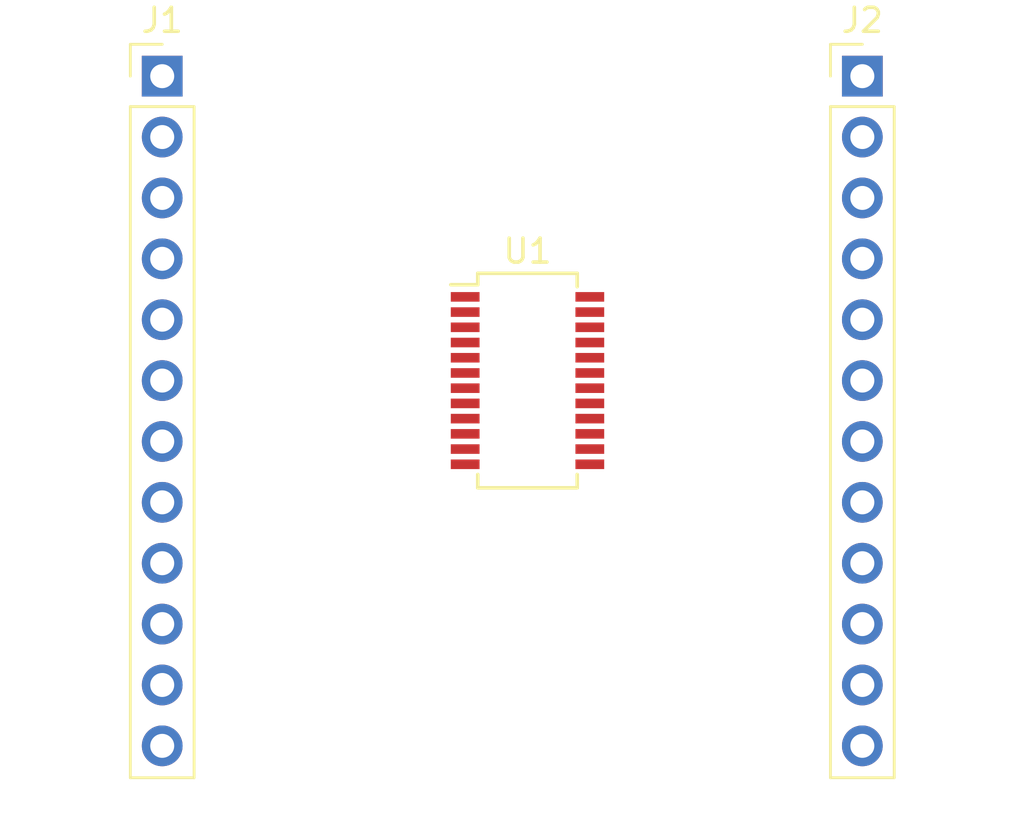
<source format=kicad_pcb>
(kicad_pcb (version 20171130) (host pcbnew 5.1.8-db9833491~87~ubuntu20.04.1)

  (general
    (thickness 1.6)
    (drawings 0)
    (tracks 0)
    (zones 0)
    (modules 3)
    (nets 29)
  )

  (page A4)
  (layers
    (0 F.Cu signal)
    (31 B.Cu signal)
    (32 B.Adhes user)
    (33 F.Adhes user)
    (34 B.Paste user)
    (35 F.Paste user)
    (36 B.SilkS user)
    (37 F.SilkS user)
    (38 B.Mask user)
    (39 F.Mask user)
    (40 Dwgs.User user)
    (41 Cmts.User user)
    (42 Eco1.User user)
    (43 Eco2.User user)
    (44 Edge.Cuts user)
    (45 Margin user)
    (46 B.CrtYd user)
    (47 F.CrtYd user)
    (48 B.Fab user)
    (49 F.Fab user)
  )

  (setup
    (last_trace_width 0.25)
    (trace_clearance 0.2)
    (zone_clearance 0.508)
    (zone_45_only no)
    (trace_min 0.2)
    (via_size 0.8)
    (via_drill 0.4)
    (via_min_size 0.4)
    (via_min_drill 0.3)
    (uvia_size 0.3)
    (uvia_drill 0.1)
    (uvias_allowed no)
    (uvia_min_size 0.2)
    (uvia_min_drill 0.1)
    (edge_width 0.05)
    (segment_width 0.2)
    (pcb_text_width 0.3)
    (pcb_text_size 1.5 1.5)
    (mod_edge_width 0.12)
    (mod_text_size 1 1)
    (mod_text_width 0.15)
    (pad_size 1.524 1.524)
    (pad_drill 0.762)
    (pad_to_mask_clearance 0)
    (aux_axis_origin 0 0)
    (visible_elements FFFFFF7F)
    (pcbplotparams
      (layerselection 0x010fc_ffffffff)
      (usegerberextensions false)
      (usegerberattributes true)
      (usegerberadvancedattributes true)
      (creategerberjobfile true)
      (excludeedgelayer true)
      (linewidth 0.100000)
      (plotframeref false)
      (viasonmask false)
      (mode 1)
      (useauxorigin false)
      (hpglpennumber 1)
      (hpglpenspeed 20)
      (hpglpendiameter 15.000000)
      (psnegative false)
      (psa4output false)
      (plotreference true)
      (plotvalue true)
      (plotinvisibletext false)
      (padsonsilk false)
      (subtractmaskfromsilk false)
      (outputformat 1)
      (mirror false)
      (drillshape 1)
      (scaleselection 1)
      (outputdirectory ""))
  )

  (net 0 "")
  (net 1 "Net-(J1-Pad1)")
  (net 2 "Net-(J1-Pad2)")
  (net 3 "Net-(J1-Pad3)")
  (net 4 "Net-(J1-Pad4)")
  (net 5 "Net-(J1-Pad5)")
  (net 6 "Net-(J1-Pad6)")
  (net 7 "Net-(J1-Pad7)")
  (net 8 "Net-(J1-Pad8)")
  (net 9 "Net-(J1-Pad9)")
  (net 10 "Net-(J1-Pad10)")
  (net 11 "Net-(J1-Pad11)")
  (net 12 "Net-(J1-Pad12)")
  (net 13 "Net-(J2-Pad12)")
  (net 14 "Net-(J2-Pad11)")
  (net 15 "Net-(J2-Pad10)")
  (net 16 "Net-(J2-Pad9)")
  (net 17 "Net-(J2-Pad8)")
  (net 18 "Net-(J2-Pad7)")
  (net 19 "Net-(J2-Pad6)")
  (net 20 "Net-(J2-Pad5)")
  (net 21 "Net-(J2-Pad4)")
  (net 22 "Net-(J2-Pad3)")
  (net 23 "Net-(J2-Pad2)")
  (net 24 "Net-(J2-Pad1)")
  (net 25 "Net-(U1-Pad6)")
  (net 26 "Net-(U1-Pad7)")
  (net 27 "Net-(U1-Pad10)")
  (net 28 "Net-(U1-Pad11)")

  (net_class Default "This is the default net class."
    (clearance 0.2)
    (trace_width 0.25)
    (via_dia 0.8)
    (via_drill 0.4)
    (uvia_dia 0.3)
    (uvia_drill 0.1)
    (add_net "Net-(J1-Pad1)")
    (add_net "Net-(J1-Pad10)")
    (add_net "Net-(J1-Pad11)")
    (add_net "Net-(J1-Pad12)")
    (add_net "Net-(J1-Pad2)")
    (add_net "Net-(J1-Pad3)")
    (add_net "Net-(J1-Pad4)")
    (add_net "Net-(J1-Pad5)")
    (add_net "Net-(J1-Pad6)")
    (add_net "Net-(J1-Pad7)")
    (add_net "Net-(J1-Pad8)")
    (add_net "Net-(J1-Pad9)")
    (add_net "Net-(J2-Pad1)")
    (add_net "Net-(J2-Pad10)")
    (add_net "Net-(J2-Pad11)")
    (add_net "Net-(J2-Pad12)")
    (add_net "Net-(J2-Pad2)")
    (add_net "Net-(J2-Pad3)")
    (add_net "Net-(J2-Pad4)")
    (add_net "Net-(J2-Pad5)")
    (add_net "Net-(J2-Pad6)")
    (add_net "Net-(J2-Pad7)")
    (add_net "Net-(J2-Pad8)")
    (add_net "Net-(J2-Pad9)")
    (add_net "Net-(U1-Pad10)")
    (add_net "Net-(U1-Pad11)")
    (add_net "Net-(U1-Pad6)")
    (add_net "Net-(U1-Pad7)")
  )

  (module Package_SO:SSOP-24_3.9x8.7mm_P0.635mm (layer F.Cu) (tedit 5A02F25C) (tstamp 5FB1EB4B)
    (at 140.97 120.65)
    (descr "SSOP24: plastic shrink small outline package; 24 leads; body width 3.9 mm; lead pitch 0.635; (see NXP SSOP-TSSOP-VSO-REFLOW.pdf and sot556-1_po.pdf)")
    (tags "SSOP 0.635")
    (path /5FB13577)
    (attr smd)
    (fp_text reference U1 (at 0 -5.4) (layer F.SilkS)
      (effects (font (size 1 1) (thickness 0.15)))
    )
    (fp_text value Si4735-D60-GU (at 0 5.4) (layer F.Fab)
      (effects (font (size 1 1) (thickness 0.15)))
    )
    (fp_line (start -2.075 -4) (end -3.2 -4) (layer F.SilkS) (width 0.15))
    (fp_line (start -2.075 4.475) (end 2.075 4.475) (layer F.SilkS) (width 0.15))
    (fp_line (start -2.075 -4.475) (end 2.075 -4.475) (layer F.SilkS) (width 0.15))
    (fp_line (start -2.075 4.475) (end -2.075 3.9175) (layer F.SilkS) (width 0.15))
    (fp_line (start 2.075 4.475) (end 2.075 3.9175) (layer F.SilkS) (width 0.15))
    (fp_line (start 2.075 -4.475) (end 2.075 -3.9175) (layer F.SilkS) (width 0.15))
    (fp_line (start -2.075 -4.475) (end -2.075 -4) (layer F.SilkS) (width 0.15))
    (fp_line (start -3.45 4.65) (end 3.45 4.65) (layer F.CrtYd) (width 0.05))
    (fp_line (start -3.45 -4.65) (end 3.45 -4.65) (layer F.CrtYd) (width 0.05))
    (fp_line (start 3.45 -4.65) (end 3.45 4.65) (layer F.CrtYd) (width 0.05))
    (fp_line (start -3.45 -4.65) (end -3.45 4.65) (layer F.CrtYd) (width 0.05))
    (fp_line (start -1.95 -3.35) (end -0.95 -4.35) (layer F.Fab) (width 0.15))
    (fp_line (start -1.95 4.35) (end -1.95 -3.35) (layer F.Fab) (width 0.15))
    (fp_line (start 1.95 4.35) (end -1.95 4.35) (layer F.Fab) (width 0.15))
    (fp_line (start 1.95 -4.35) (end 1.95 4.35) (layer F.Fab) (width 0.15))
    (fp_line (start -0.95 -4.35) (end 1.95 -4.35) (layer F.Fab) (width 0.15))
    (fp_text user %R (at 0 0) (layer F.Fab)
      (effects (font (size 0.8 0.8) (thickness 0.15)))
    )
    (pad 1 smd rect (at -2.6 -3.4925) (size 1.2 0.4) (layers F.Cu F.Paste F.Mask)
      (net 1 "Net-(J1-Pad1)"))
    (pad 2 smd rect (at -2.6 -2.8575) (size 1.2 0.4) (layers F.Cu F.Paste F.Mask)
      (net 2 "Net-(J1-Pad2)"))
    (pad 3 smd rect (at -2.6 -2.2225) (size 1.2 0.4) (layers F.Cu F.Paste F.Mask)
      (net 3 "Net-(J1-Pad3)"))
    (pad 4 smd rect (at -2.6 -1.5875) (size 1.2 0.4) (layers F.Cu F.Paste F.Mask)
      (net 4 "Net-(J1-Pad4)"))
    (pad 5 smd rect (at -2.6 -0.9525) (size 1.2 0.4) (layers F.Cu F.Paste F.Mask)
      (net 5 "Net-(J1-Pad5)"))
    (pad 6 smd rect (at -2.6 -0.3175) (size 1.2 0.4) (layers F.Cu F.Paste F.Mask)
      (net 25 "Net-(U1-Pad6)"))
    (pad 7 smd rect (at -2.6 0.3175) (size 1.2 0.4) (layers F.Cu F.Paste F.Mask)
      (net 26 "Net-(U1-Pad7)"))
    (pad 8 smd rect (at -2.6 0.9525) (size 1.2 0.4) (layers F.Cu F.Paste F.Mask)
      (net 8 "Net-(J1-Pad8)"))
    (pad 9 smd rect (at -2.6 1.5875) (size 1.2 0.4) (layers F.Cu F.Paste F.Mask)
      (net 9 "Net-(J1-Pad9)"))
    (pad 10 smd rect (at -2.6 2.2225) (size 1.2 0.4) (layers F.Cu F.Paste F.Mask)
      (net 27 "Net-(U1-Pad10)"))
    (pad 11 smd rect (at -2.6 2.8575) (size 1.2 0.4) (layers F.Cu F.Paste F.Mask)
      (net 28 "Net-(U1-Pad11)"))
    (pad 12 smd rect (at -2.6 3.4925) (size 1.2 0.4) (layers F.Cu F.Paste F.Mask)
      (net 12 "Net-(J1-Pad12)"))
    (pad 13 smd rect (at 2.6 3.4925) (size 1.2 0.4) (layers F.Cu F.Paste F.Mask)
      (net 13 "Net-(J2-Pad12)"))
    (pad 14 smd rect (at 2.6 2.8575) (size 1.2 0.4) (layers F.Cu F.Paste F.Mask)
      (net 14 "Net-(J2-Pad11)"))
    (pad 15 smd rect (at 2.6 2.2225) (size 1.2 0.4) (layers F.Cu F.Paste F.Mask)
      (net 15 "Net-(J2-Pad10)"))
    (pad 16 smd rect (at 2.6 1.5875) (size 1.2 0.4) (layers F.Cu F.Paste F.Mask)
      (net 16 "Net-(J2-Pad9)"))
    (pad 17 smd rect (at 2.6 0.9525) (size 1.2 0.4) (layers F.Cu F.Paste F.Mask)
      (net 17 "Net-(J2-Pad8)"))
    (pad 18 smd rect (at 2.6 0.3175) (size 1.2 0.4) (layers F.Cu F.Paste F.Mask)
      (net 18 "Net-(J2-Pad7)"))
    (pad 19 smd rect (at 2.6 -0.3175) (size 1.2 0.4) (layers F.Cu F.Paste F.Mask)
      (net 19 "Net-(J2-Pad6)"))
    (pad 20 smd rect (at 2.6 -0.9525) (size 1.2 0.4) (layers F.Cu F.Paste F.Mask)
      (net 20 "Net-(J2-Pad5)"))
    (pad 21 smd rect (at 2.6 -1.5875) (size 1.2 0.4) (layers F.Cu F.Paste F.Mask)
      (net 21 "Net-(J2-Pad4)"))
    (pad 22 smd rect (at 2.6 -2.2225) (size 1.2 0.4) (layers F.Cu F.Paste F.Mask)
      (net 22 "Net-(J2-Pad3)"))
    (pad 23 smd rect (at 2.6 -2.8575) (size 1.2 0.4) (layers F.Cu F.Paste F.Mask)
      (net 23 "Net-(J2-Pad2)"))
    (pad 24 smd rect (at 2.6 -3.4925) (size 1.2 0.4) (layers F.Cu F.Paste F.Mask)
      (net 24 "Net-(J2-Pad1)"))
    (model ${KISYS3DMOD}/Package_SO.3dshapes/SSOP-24_3.9x8.7mm_P0.635mm.wrl
      (at (xyz 0 0 0))
      (scale (xyz 1 1 1))
      (rotate (xyz 0 0 0))
    )
  )

  (module Connector_PinHeader_2.54mm:PinHeader_1x12_P2.54mm_Vertical (layer F.Cu) (tedit 59FED5CC) (tstamp 5FB1EEBB)
    (at 125.73 107.95)
    (descr "Through hole straight pin header, 1x12, 2.54mm pitch, single row")
    (tags "Through hole pin header THT 1x12 2.54mm single row")
    (path /5FB145EE)
    (fp_text reference J1 (at 0 -2.33) (layer F.SilkS)
      (effects (font (size 1 1) (thickness 0.15)))
    )
    (fp_text value Conn_01x12_Male (at 0 30.27) (layer F.Fab)
      (effects (font (size 1 1) (thickness 0.15)))
    )
    (fp_line (start 1.8 -1.8) (end -1.8 -1.8) (layer F.CrtYd) (width 0.05))
    (fp_line (start 1.8 29.75) (end 1.8 -1.8) (layer F.CrtYd) (width 0.05))
    (fp_line (start -1.8 29.75) (end 1.8 29.75) (layer F.CrtYd) (width 0.05))
    (fp_line (start -1.8 -1.8) (end -1.8 29.75) (layer F.CrtYd) (width 0.05))
    (fp_line (start -1.33 -1.33) (end 0 -1.33) (layer F.SilkS) (width 0.12))
    (fp_line (start -1.33 0) (end -1.33 -1.33) (layer F.SilkS) (width 0.12))
    (fp_line (start -1.33 1.27) (end 1.33 1.27) (layer F.SilkS) (width 0.12))
    (fp_line (start 1.33 1.27) (end 1.33 29.27) (layer F.SilkS) (width 0.12))
    (fp_line (start -1.33 1.27) (end -1.33 29.27) (layer F.SilkS) (width 0.12))
    (fp_line (start -1.33 29.27) (end 1.33 29.27) (layer F.SilkS) (width 0.12))
    (fp_line (start -1.27 -0.635) (end -0.635 -1.27) (layer F.Fab) (width 0.1))
    (fp_line (start -1.27 29.21) (end -1.27 -0.635) (layer F.Fab) (width 0.1))
    (fp_line (start 1.27 29.21) (end -1.27 29.21) (layer F.Fab) (width 0.1))
    (fp_line (start 1.27 -1.27) (end 1.27 29.21) (layer F.Fab) (width 0.1))
    (fp_line (start -0.635 -1.27) (end 1.27 -1.27) (layer F.Fab) (width 0.1))
    (fp_text user %R (at 0 13.97 90) (layer F.Fab)
      (effects (font (size 1 1) (thickness 0.15)))
    )
    (pad 1 thru_hole rect (at 0 0) (size 1.7 1.7) (drill 1) (layers *.Cu *.Mask)
      (net 1 "Net-(J1-Pad1)"))
    (pad 2 thru_hole oval (at 0 2.54) (size 1.7 1.7) (drill 1) (layers *.Cu *.Mask)
      (net 2 "Net-(J1-Pad2)"))
    (pad 3 thru_hole oval (at 0 5.08) (size 1.7 1.7) (drill 1) (layers *.Cu *.Mask)
      (net 3 "Net-(J1-Pad3)"))
    (pad 4 thru_hole oval (at 0 7.62) (size 1.7 1.7) (drill 1) (layers *.Cu *.Mask)
      (net 4 "Net-(J1-Pad4)"))
    (pad 5 thru_hole oval (at 0 10.16) (size 1.7 1.7) (drill 1) (layers *.Cu *.Mask)
      (net 5 "Net-(J1-Pad5)"))
    (pad 6 thru_hole oval (at 0 12.7) (size 1.7 1.7) (drill 1) (layers *.Cu *.Mask)
      (net 6 "Net-(J1-Pad6)"))
    (pad 7 thru_hole oval (at 0 15.24) (size 1.7 1.7) (drill 1) (layers *.Cu *.Mask)
      (net 7 "Net-(J1-Pad7)"))
    (pad 8 thru_hole oval (at 0 17.78) (size 1.7 1.7) (drill 1) (layers *.Cu *.Mask)
      (net 8 "Net-(J1-Pad8)"))
    (pad 9 thru_hole oval (at 0 20.32) (size 1.7 1.7) (drill 1) (layers *.Cu *.Mask)
      (net 9 "Net-(J1-Pad9)"))
    (pad 10 thru_hole oval (at 0 22.86) (size 1.7 1.7) (drill 1) (layers *.Cu *.Mask)
      (net 10 "Net-(J1-Pad10)"))
    (pad 11 thru_hole oval (at 0 25.4) (size 1.7 1.7) (drill 1) (layers *.Cu *.Mask)
      (net 11 "Net-(J1-Pad11)"))
    (pad 12 thru_hole oval (at 0 27.94) (size 1.7 1.7) (drill 1) (layers *.Cu *.Mask)
      (net 12 "Net-(J1-Pad12)"))
    (model ${KISYS3DMOD}/Connector_PinHeader_2.54mm.3dshapes/PinHeader_1x12_P2.54mm_Vertical.wrl
      (at (xyz 0 0 0))
      (scale (xyz 1 1 1))
      (rotate (xyz 0 0 0))
    )
  )

  (module Connector_PinHeader_2.54mm:PinHeader_1x12_P2.54mm_Vertical (layer F.Cu) (tedit 59FED5CC) (tstamp 5FB1EEDA)
    (at 154.94 107.95)
    (descr "Through hole straight pin header, 1x12, 2.54mm pitch, single row")
    (tags "Through hole pin header THT 1x12 2.54mm single row")
    (path /5FB16037)
    (fp_text reference J2 (at 0 -2.33) (layer F.SilkS)
      (effects (font (size 1 1) (thickness 0.15)))
    )
    (fp_text value Conn_01x12_Male (at 0 30.27) (layer F.Fab)
      (effects (font (size 1 1) (thickness 0.15)))
    )
    (fp_text user %R (at 0 13.97 90) (layer F.Fab)
      (effects (font (size 1 1) (thickness 0.15)))
    )
    (fp_line (start -0.635 -1.27) (end 1.27 -1.27) (layer F.Fab) (width 0.1))
    (fp_line (start 1.27 -1.27) (end 1.27 29.21) (layer F.Fab) (width 0.1))
    (fp_line (start 1.27 29.21) (end -1.27 29.21) (layer F.Fab) (width 0.1))
    (fp_line (start -1.27 29.21) (end -1.27 -0.635) (layer F.Fab) (width 0.1))
    (fp_line (start -1.27 -0.635) (end -0.635 -1.27) (layer F.Fab) (width 0.1))
    (fp_line (start -1.33 29.27) (end 1.33 29.27) (layer F.SilkS) (width 0.12))
    (fp_line (start -1.33 1.27) (end -1.33 29.27) (layer F.SilkS) (width 0.12))
    (fp_line (start 1.33 1.27) (end 1.33 29.27) (layer F.SilkS) (width 0.12))
    (fp_line (start -1.33 1.27) (end 1.33 1.27) (layer F.SilkS) (width 0.12))
    (fp_line (start -1.33 0) (end -1.33 -1.33) (layer F.SilkS) (width 0.12))
    (fp_line (start -1.33 -1.33) (end 0 -1.33) (layer F.SilkS) (width 0.12))
    (fp_line (start -1.8 -1.8) (end -1.8 29.75) (layer F.CrtYd) (width 0.05))
    (fp_line (start -1.8 29.75) (end 1.8 29.75) (layer F.CrtYd) (width 0.05))
    (fp_line (start 1.8 29.75) (end 1.8 -1.8) (layer F.CrtYd) (width 0.05))
    (fp_line (start 1.8 -1.8) (end -1.8 -1.8) (layer F.CrtYd) (width 0.05))
    (pad 12 thru_hole oval (at 0 27.94) (size 1.7 1.7) (drill 1) (layers *.Cu *.Mask)
      (net 13 "Net-(J2-Pad12)"))
    (pad 11 thru_hole oval (at 0 25.4) (size 1.7 1.7) (drill 1) (layers *.Cu *.Mask)
      (net 14 "Net-(J2-Pad11)"))
    (pad 10 thru_hole oval (at 0 22.86) (size 1.7 1.7) (drill 1) (layers *.Cu *.Mask)
      (net 15 "Net-(J2-Pad10)"))
    (pad 9 thru_hole oval (at 0 20.32) (size 1.7 1.7) (drill 1) (layers *.Cu *.Mask)
      (net 16 "Net-(J2-Pad9)"))
    (pad 8 thru_hole oval (at 0 17.78) (size 1.7 1.7) (drill 1) (layers *.Cu *.Mask)
      (net 17 "Net-(J2-Pad8)"))
    (pad 7 thru_hole oval (at 0 15.24) (size 1.7 1.7) (drill 1) (layers *.Cu *.Mask)
      (net 18 "Net-(J2-Pad7)"))
    (pad 6 thru_hole oval (at 0 12.7) (size 1.7 1.7) (drill 1) (layers *.Cu *.Mask)
      (net 19 "Net-(J2-Pad6)"))
    (pad 5 thru_hole oval (at 0 10.16) (size 1.7 1.7) (drill 1) (layers *.Cu *.Mask)
      (net 20 "Net-(J2-Pad5)"))
    (pad 4 thru_hole oval (at 0 7.62) (size 1.7 1.7) (drill 1) (layers *.Cu *.Mask)
      (net 21 "Net-(J2-Pad4)"))
    (pad 3 thru_hole oval (at 0 5.08) (size 1.7 1.7) (drill 1) (layers *.Cu *.Mask)
      (net 22 "Net-(J2-Pad3)"))
    (pad 2 thru_hole oval (at 0 2.54) (size 1.7 1.7) (drill 1) (layers *.Cu *.Mask)
      (net 23 "Net-(J2-Pad2)"))
    (pad 1 thru_hole rect (at 0 0) (size 1.7 1.7) (drill 1) (layers *.Cu *.Mask)
      (net 24 "Net-(J2-Pad1)"))
    (model ${KISYS3DMOD}/Connector_PinHeader_2.54mm.3dshapes/PinHeader_1x12_P2.54mm_Vertical.wrl
      (at (xyz 0 0 0))
      (scale (xyz 1 1 1))
      (rotate (xyz 0 0 0))
    )
  )

)

</source>
